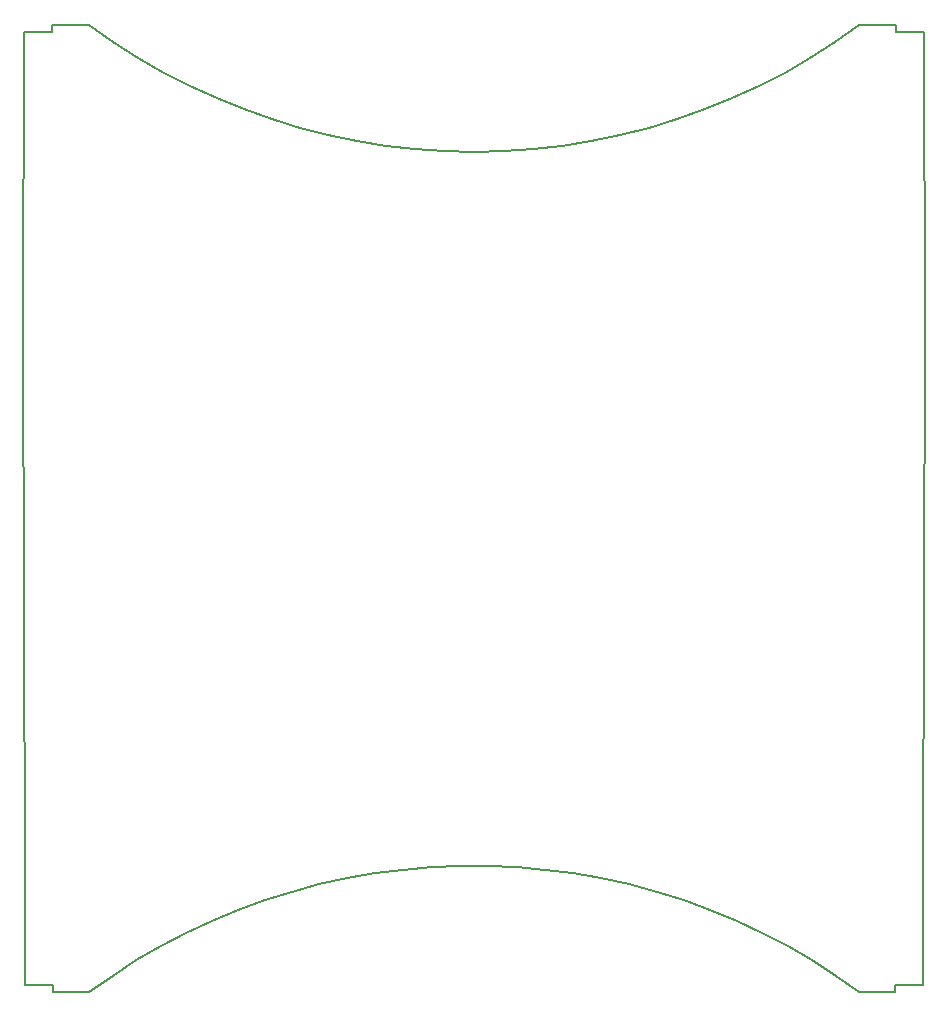
<source format=gm1>
G04 Layer_Color=16711935*
%FSLAX42Y42*%
%MOMM*%
G71*
G01*
G75*
%ADD59C,0.13*%
D59*
X-2286Y-2695D02*
X-2056Y-2623D01*
X-1824Y-2560D01*
X-1589Y-2508D01*
X-1352Y-2466D01*
X-1113Y-2435D01*
X-874Y-2414D01*
X-633Y-2403D01*
X-393D01*
X-152Y-2414D01*
X88Y-2435D01*
X326Y-2466D01*
X563Y-2508D01*
X798Y-2560D01*
X1030Y-2623D01*
X1260Y-2695D01*
X-4085Y4714D02*
X-3773D01*
X-4085Y4653D02*
X-4085Y4714D01*
X-4322Y4653D02*
X-4085D01*
X-4331Y2146D02*
X-4322Y4653D01*
X-4331Y2146D02*
X-4323Y-178D01*
X-4315Y-2504D01*
X-4315Y-3411D01*
X-4077D01*
X-4077Y-3472D02*
X-4077Y-3411D01*
X-4077Y-3472D02*
X-3773D01*
X-3576Y-3334D01*
X-3374Y-3204D01*
X-3165Y-3084D01*
X-2952Y-2972D01*
X-2734Y-2870D01*
X-2512Y-2778D01*
X-2286Y-2695D01*
X1260D02*
X1486Y-2778D01*
X1708Y-2870D01*
X1926Y-2972D01*
X2139Y-3084D01*
X2348Y-3204D01*
X2550Y-3334D01*
X2747Y-3472D01*
X3051D01*
X3051Y-3411D02*
X3051Y-3472D01*
X3051Y-3411D02*
X3289D01*
X3290Y-2504D01*
X3297Y-178D01*
X3305Y2146D01*
X3297Y4653D02*
X3305Y2146D01*
X3059Y4653D02*
X3297D01*
X3059Y4714D02*
X3059Y4653D01*
X2747Y4714D02*
X3059D01*
X2543Y4571D02*
X2747Y4714D01*
X2333Y4437D02*
X2543Y4571D01*
X2117Y4313D02*
X2333Y4437D01*
X1895Y4199D02*
X2117Y4313D01*
X1669Y4095D02*
X1895Y4199D01*
X1438Y4001D02*
X1669Y4095D01*
X1203Y3918D02*
X1438Y4001D01*
X964Y3846D02*
X1203Y3918D01*
X723Y3784D02*
X964Y3846D01*
X479Y3734D02*
X723Y3784D01*
X233Y3695D02*
X479Y3734D01*
X-15Y3666D02*
X233Y3695D01*
X-264Y3649D02*
X-15Y3666D01*
X-513Y3644D02*
X-264Y3649D01*
X-762D02*
X-513Y3644D01*
X-1011Y3666D02*
X-762Y3649D01*
X-1258Y3695D02*
X-1011Y3666D01*
X-1504Y3734D02*
X-1258Y3695D01*
X-1749Y3784D02*
X-1504Y3734D01*
X-1990Y3846D02*
X-1749Y3784D01*
X-2229Y3918D02*
X-1990Y3846D01*
X-2464Y4001D02*
X-2229Y3918D01*
X-2695Y4095D02*
X-2464Y4001D01*
X-2921Y4199D02*
X-2695Y4095D01*
X-3143Y4313D02*
X-2921Y4199D01*
X-3359Y4437D02*
X-3143Y4313D01*
X-3569Y4571D02*
X-3359Y4437D01*
X-3773Y4714D02*
X-3569Y4571D01*
M02*

</source>
